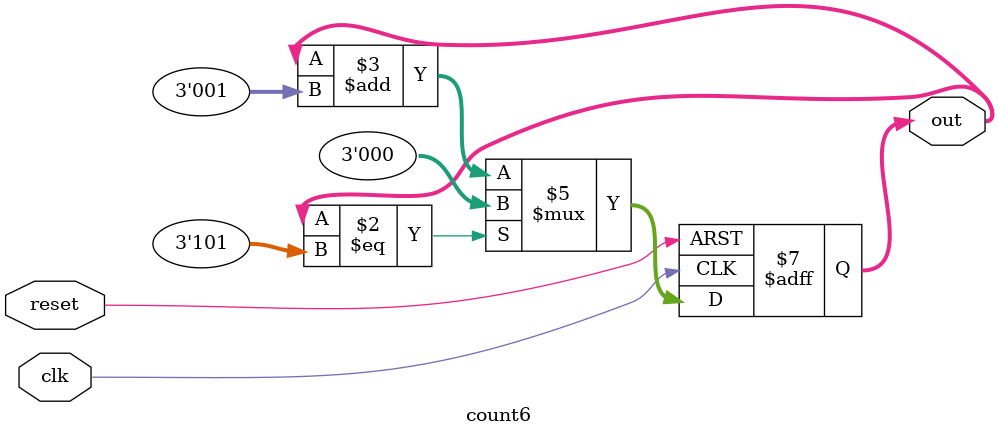
<source format=v>
module count6(clk,reset,out);
input clk,reset;
output reg[2:0]out;

always@(posedge clk or posedge reset)begin
	if(reset) out<=3'd0;
	else if(out == 3'd5) out <= 3'd0;
	else out <= out + 3'd1;
end
endmodule
</source>
